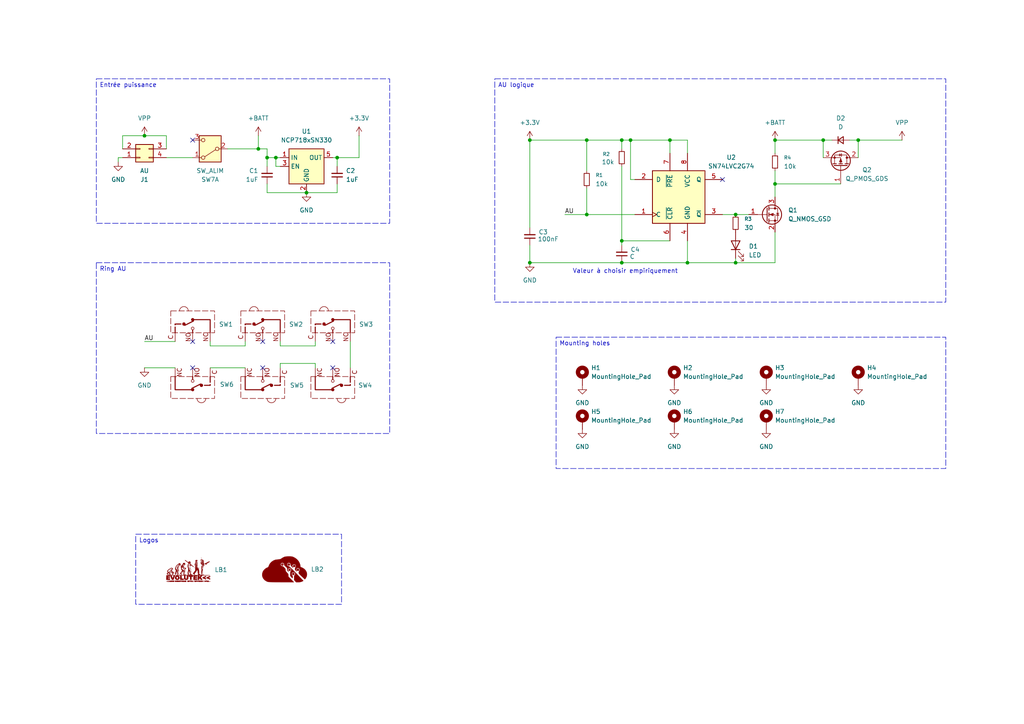
<source format=kicad_sch>
(kicad_sch (version 20250114) (generator "eeschema") (generator_version "9.0")
  (paper "A4")
  (title_block (title "Mon bb") (date "2025-04-26") (rev "1.0"))
  (lib_symbols
    (symbol "ComponentsEvo:463092370402" (pin_numbers (hide yes)) (pin_names (hide yes))
      (property "Reference" "SW" (at 0 10.16 0))
      (symbol "463092370402_1_1"
        (text "C" (at -6.35 -1.27 900) (effects (font (size 1.27 1.27))))
        (text "NO" (at -1.27 -1.27 900) (effects (font (size 1.27 1.27))))
        (text "NC" (at 3.8272 -1.2587 900) (effects (font (size 1.27 1.27))))
        (pin input line (at -5.08 -2.54 90) (length 2.54) (name "C") (number "1"))
        (pin input line (at 0 -2.54 90) (length 2.54) (name "C") (number "2"))
        (pin input line (at 5.08 -2.54 90) (length 2.54) (name "C") (number "3"))
      )
    )
    (symbol "ComponentsEvo:SN74LVC2G74DCUR" (pin_names (offset 1.016))
      (property "Reference" "U2" (at 15.24 12.0081 0))
      (property "Value" "SN74LVC2G74" (at 15.24 9.4681 0))
      (symbol "SN74LVC2G74DCUR_1_1"
        (pin input line (at -12.7 5.08 0) (length 5.08) (name "D") (number "2"))
        (pin input clock (at -12.7 -5.08 0) (length 5.08) (name "C") (number "1"))
        (pin input line (at -2.54 12.7 270) (length 5.08) (name "~{PRE}") (number "7"))
        (pin input line (at -2.54 -12.7 90) (length 5.08) (name "~{CLR}") (number "6"))
        (pin power_in line (at 2.54 12.7 270) (length 5.08) (name "VCC") (number "8"))
        (pin power_in line (at 2.54 -12.7 90) (length 5.08) (name "GND") (number "4"))
        (pin output line (at 12.7 5.08 180) (length 5.08) (name "Q") (number "5"))
        (pin output line (at 12.7 -5.08 180) (length 5.08) (name "~{Q}") (number "3"))
      )
    )
    (symbol "Connector_Generic:Conn_02x02_Counter_Clockwise" (pin_names (offset 1.016) (hide yes))
      (property "Reference" "J" (at 1.27 2.54 0))
      (property "Value" "Conn_02x02_Counter_Clockwise" (at 1.27 -5.08 0))
      (symbol "Conn_02x02_Counter_Clockwise_1_1"
        (pin passive line (at -5.08 0 0) (length 3.81) (name "Pin_1") (number "1"))
        (pin passive line (at -5.08 -2.54 0) (length 3.81) (name "Pin_2") (number "2"))
        (pin passive line (at 7.62 0 180) (length 3.81) (name "Pin_4") (number "4"))
        (pin passive line (at 7.62 -2.54 180) (length 3.81) (name "Pin_3") (number "3"))
      )
    )
    (symbol "Device:C_Small" (pin_numbers (hide yes)) (pin_names (offset 0.254) (hide yes))
      (property "Reference" "C" (at 0.254 1.778 0))
      (property "Value" "C_Small" (at 0.254 -2.032 0))
      (symbol "C_Small_1_1"
        (pin passive line (at 0 2.54 270) (length 2.032) (name "~") (number "1"))
        (pin passive line (at 0 -2.54 90) (length 2.032) (name "~") (number "2"))
      )
    )
    (symbol "Device:D_Small" (pin_numbers (hide yes)) (pin_names (offset 0.254) (hide yes))
      (property "Reference" "D" (at -1.27 2.032 0))
      (property "Value" "D_Small" (at -3.81 -2.032 0))
      (symbol "D_Small_1_1"
        (pin passive line (at -2.54 0 0) (length 1.778) (name "K") (number "1"))
        (pin passive line (at 2.54 0 180) (length 1.778) (name "A") (number "2"))
      )
    )
    (symbol "Device:LED" (pin_numbers (hide yes)) (pin_names (offset 1.016) (hide yes))
      (property "Reference" "D" (at 0 2.54 0))
      (property "Value" "LED" (at 0 -2.54 0))
      (symbol "LED_1_1"
        (pin passive line (at -3.81 0 0) (length 2.54) (name "K") (number "1"))
        (pin passive line (at 3.81 0 180) (length 2.54) (name "A") (number "2"))
      )
    )
    (symbol "Device:R_Small" (pin_numbers (hide yes)) (pin_names (offset 0.254) (hide yes))
      (property "Reference" "R" (at 0 0 90))
      (property "Value" "R_Small" (at 1.778 0 90))
      (symbol "R_Small_1_1"
        (pin passive line (at 0 2.54 270) (length 0.762) (name "~") (number "1"))
        (pin passive line (at 0 -2.54 90) (length 0.762) (name "~") (number "2"))
      )
    )
    (symbol "MarkingEvo:Logo Aisler" (pin_numbers (hide yes)) (pin_names (offset 0) (hide yes)) (in_bom no)
      (property "Reference" "LB" (at 0 5.08 0))
    )
    (symbol "MarkingEvo:Logo Evolutek" (pin_numbers (hide yes)) (pin_names (offset 0) (hide yes)) (in_bom no)
      (property "Reference" "LB" (at 0 3.8378 0))
    )
    (symbol "Mechanical:MountingHole_Pad" (pin_numbers (hide yes)) (pin_names (offset 1.016) (hide yes)) (in_bom no)
      (property "Reference" "H" (at 0 6.35 0))
      (property "Value" "MountingHole_Pad" (at 0 4.445 0))
      (symbol "MountingHole_Pad_1_1"
        (pin input line (at 0 -2.54 90) (length 2.54) (name "1") (number "1"))
      )
    )
    (symbol "Regulator_Linear:NCP718xSN330"
      (property "Reference" "U" (at -3.81 6.35 0))
      (property "Value" "NCP718xSN330" (at 6.35 6.35 0))
      (symbol "NCP718xSN330_0_1"
        (pin power_in line (at -7.62 2.54 0) (length 2.54) (name "IN") (number "1"))
        (pin input line (at -7.62 0 0) (length 2.54) (name "EN") (number "3"))
        (pin power_in line (at 0 -7.62 90) (length 2.54) (name "GND") (number "2"))
        (pin no_connect line (at 5.08 0 180) (length 2.54) (hide yes) (name "NC") (number "4"))
        (pin power_out line (at 7.62 2.54 180) (length 2.54) (name "OUT") (number "5"))
      )
    )
    (symbol "Switch:SW_DPDT_x2" (pin_names (offset 0) (hide yes))
      (property "Reference" "SW" (at 0 5.08 0))
      (property "Value" "SW_DPDT_x2" (at 0 -5.08 0))
      (symbol "SW_DPDT_x2_1_1"
        (pin passive line (at -5.08 0 0) (length 2.54) (name "B") (number "2"))
        (pin passive line (at 5.08 2.54 180) (length 2.54) (name "A") (number "1"))
        (pin passive line (at 5.08 -2.54 180) (length 2.54) (name "C") (number "3"))
      )
      (symbol "SW_DPDT_x2_2_1"
        (pin passive line (at -5.08 0 0) (length 2.54) (name "B") (number "5"))
        (pin passive line (at 5.08 2.54 180) (length 2.54) (name "A") (number "4"))
        (pin passive line (at 5.08 -2.54 180) (length 2.54) (name "C") (number "6"))
      )
    )
    (symbol "Transistor_FET:Q_NMOS_GSD" (pin_names (offset 0) (hide yes))
      (property "Reference" "Q" (at 5.08 1.905 0))
      (property "Value" "Q_NMOS_GSD" (at 5.08 0 0))
      (symbol "Q_NMOS_GSD_1_1"
        (pin input line (at -5.08 0 0) (length 2.54) (name "G") (number "1"))
        (pin passive line (at 2.54 5.08 270) (length 2.54) (name "D") (number "3"))
        (pin passive line (at 2.54 -5.08 90) (length 2.54) (name "S") (number "2"))
      )
    )
    (symbol "Transistor_FET:Q_PMOS_GDS" (pin_names (offset 0) (hide yes))
      (property "Reference" "Q" (at 5.08 1.905 0))
      (property "Value" "Q_PMOS_GDS" (at 5.08 0 0))
      (symbol "Q_PMOS_GDS_1_1"
        (pin input line (at -5.08 0 0) (length 2.54) (name "G") (number "1"))
        (pin passive line (at 2.54 5.08 270) (length 2.54) (name "D") (number "2"))
        (pin passive line (at 2.54 -5.08 90) (length 2.54) (name "S") (number "3"))
      )
    )
    (symbol "power:+9V" (power) (pin_numbers (hide yes)) (pin_names (offset 0) (hide yes))
      (property "Value" "+9V" (at 0 3.556 0))
      (symbol "+9V_1_1"
        (pin power_in line (at 0 0 90) (length 0) (name "~") (number "1"))
      )
    )
    (symbol "power:+BATT" (power) (pin_numbers (hide yes)) (pin_names (offset 0) (hide yes))
      (property "Value" "+BATT" (at 0 3.556 0))
      (symbol "+BATT_1_1"
        (pin power_in line (at 0 0 90) (length 0) (name "~") (number "1"))
      )
    )
    (symbol "power:GND" (power) (pin_numbers (hide yes)) (pin_names (offset 0) (hide yes))
      (property "Value" "GND" (at 0 -3.81 0))
      (symbol "GND_1_1"
        (pin power_in line (at 0 0 270) (length 0) (name "~") (number "1"))
      )
    )
    (symbol "power:VCC" (power) (pin_numbers (hide yes)) (pin_names (offset 0) (hide yes))
      (property "Value" "VCC" (at 0 3.556 0))
      (symbol "VCC_1_1"
        (pin power_in line (at 0 0 90) (length 0) (name "~") (number "1"))
      )
    )
    (symbol "power:VPP" (power) (pin_numbers (hide yes)) (pin_names (offset 0) (hide yes))
      (property "Value" "VPP" (at 0 3.556 0))
      (symbol "VPP_1_1"
        (pin power_in line (at 0 0 90) (length 0) (name "~") (number "1"))
      )
    )
  )
  (text "Valeur à choisir empiriquement" (at 181.356 78.74 0) (effects (font (size 1.27 1.27))))
  (text_box "AU logique" (at 143.51 22.86 0) (size 130.81 64.77) (margins 0.9525 0.9525 0.9525 0.9525) (stroke (width 0) (type dash)) (effects (font (size 1.27 1.27)) (justify left top)))
  (text_box "Logos" (at 39.37 154.94 0) (size 59.69 20.32) (margins 0.9525 0.9525 0.9525 0.9525) (stroke (width 0) (type dash)) (effects (font (size 1.27 1.27)) (justify left top)))
  (text_box "Mounting holes\n" (at 161.29 97.79 0) (size 113.03 38.1) (margins 0.9525 0.9525 0.9525 0.9525) (stroke (width 0) (type dash)) (effects (font (size 1.27 1.27)) (justify left top)))
  (text_box "Entrée puissance" (at 27.94 22.86 0) (size 85.09 41.91) (margins 0.9525 0.9525 0.9525 0.9525) (stroke (width 0) (type dash)) (effects (font (size 1.27 1.27)) (justify left top)))
  (text_box "Ring AU" (at 27.94 76.2 0) (size 85.09 49.53) (margins 0.9525 0.9525 0.9525 0.9525) (stroke (width 0) (type dash)) (effects (font (size 1.27 1.27)) (justify left top)))
  (junction (at 170.18 62.23))
  (junction (at 194.31 40.64))
  (junction (at 153.67 76.2))
  (junction (at 97.79 45.72))
  (junction (at 170.18 40.64))
  (junction (at 213.36 62.23))
  (junction (at 213.36 76.2))
  (junction (at 74.93 43.18))
  (junction (at 88.9 55.88))
  (junction (at 80.01 45.72))
  (junction (at 224.79 40.64))
  (junction (at 41.91 39.37))
  (junction (at 153.67 40.64))
  (junction (at 199.39 76.2))
  (junction (at 180.34 76.2))
  (junction (at 248.92 40.64))
  (junction (at 77.47 45.72))
  (junction (at 180.34 40.64))
  (junction (at 182.88 40.64))
  (junction (at 238.76 40.64))
  (junction (at 180.34 69.85))
  (junction (at 224.79 53.34))
  (no_connect (at 55.88 99.06))
  (no_connect (at 55.88 106.68))
  (no_connect (at 76.2 106.68))
  (no_connect (at 55.88 40.64))
  (no_connect (at 209.55 52.07))
  (no_connect (at 76.2 99.06))
  (no_connect (at 96.52 99.06))
  (no_connect (at 96.52 106.68))
  (wire (pts (xy 153.67 71.12) (xy 153.67 76.2)))
  (wire (pts (xy 41.91 106.68) (xy 50.8 106.68)))
  (wire (pts (xy 74.93 43.18) (xy 77.47 43.18)))
  (wire (pts (xy 224.79 76.2) (xy 213.36 76.2)))
  (wire (pts (xy 224.79 44.45) (xy 224.79 40.64)))
  (wire (pts (xy 77.47 45.72) (xy 80.01 45.72)))
  (wire (pts (xy 34.29 45.72) (xy 35.56 45.72)))
  (wire (pts (xy 81.28 48.26) (xy 80.01 48.26)))
  (wire (pts (xy 199.39 44.45) (xy 199.39 40.64)))
  (wire (pts (xy 60.96 106.68) (xy 71.12 106.68)))
  (wire (pts (xy 184.15 52.07) (xy 182.88 52.07)))
  (wire (pts (xy 81.28 105.41) (xy 81.28 106.68)))
  (wire (pts (xy 213.36 74.93) (xy 213.36 76.2)))
  (wire (pts (xy 224.79 53.34) (xy 224.79 57.15)))
  (wire (pts (xy 91.44 100.33) (xy 91.44 99.06)))
  (wire (pts (xy 199.39 76.2) (xy 199.39 69.85)))
  (wire (pts (xy 81.28 99.06) (xy 81.28 100.33)))
  (wire (pts (xy 74.93 39.37) (xy 74.93 43.18)))
  (wire (pts (xy 182.88 52.07) (xy 182.88 40.64)))
  (wire (pts (xy 238.76 40.64) (xy 238.76 45.72)))
  (wire (pts (xy 153.67 40.64) (xy 153.67 66.04)))
  (wire (pts (xy 194.31 40.64) (xy 194.31 44.45)))
  (wire (pts (xy 248.92 40.64) (xy 248.92 45.72)))
  (wire (pts (xy 48.26 45.72) (xy 55.88 45.72)))
  (wire (pts (xy 35.56 39.37) (xy 41.91 39.37)))
  (wire (pts (xy 91.44 106.68) (xy 91.44 105.41)))
  (wire (pts (xy 209.55 62.23) (xy 213.36 62.23)))
  (wire (pts (xy 81.28 100.33) (xy 91.44 100.33)))
  (wire (pts (xy 41.91 99.06) (xy 50.8 99.06)))
  (wire (pts (xy 180.34 48.26) (xy 180.34 69.85)))
  (wire (pts (xy 194.31 40.64) (xy 182.88 40.64)))
  (wire (pts (xy 97.79 48.26) (xy 97.79 45.72)))
  (wire (pts (xy 80.01 48.26) (xy 80.01 45.72)))
  (wire (pts (xy 77.47 43.18) (xy 77.47 45.72)))
  (wire (pts (xy 246.38 40.64) (xy 248.92 40.64)))
  (wire (pts (xy 170.18 40.64) (xy 180.34 40.64)))
  (wire (pts (xy 60.96 99.06) (xy 60.96 100.33)))
  (wire (pts (xy 96.52 45.72) (xy 97.79 45.72)))
  (wire (pts (xy 81.28 45.72) (xy 80.01 45.72)))
  (wire (pts (xy 35.56 39.37) (xy 35.56 43.18)))
  (wire (pts (xy 104.14 39.37) (xy 104.14 45.72)))
  (wire (pts (xy 180.34 40.64) (xy 182.88 40.64)))
  (wire (pts (xy 170.18 40.64) (xy 170.18 49.53)))
  (wire (pts (xy 224.79 67.31) (xy 224.79 76.2)))
  (wire (pts (xy 224.79 40.64) (xy 238.76 40.64)))
  (wire (pts (xy 77.47 55.88) (xy 88.9 55.88)))
  (wire (pts (xy 97.79 55.88) (xy 88.9 55.88)))
  (wire (pts (xy 163.83 62.23) (xy 170.18 62.23)))
  (wire (pts (xy 224.79 49.53) (xy 224.79 53.34)))
  (wire (pts (xy 48.26 43.18) (xy 48.26 39.37)))
  (wire (pts (xy 34.29 46.99) (xy 34.29 45.72)))
  (wire (pts (xy 91.44 105.41) (xy 81.28 105.41)))
  (wire (pts (xy 60.96 100.33) (xy 71.12 100.33)))
  (wire (pts (xy 180.34 40.64) (xy 180.34 43.18)))
  (wire (pts (xy 170.18 54.61) (xy 170.18 62.23)))
  (wire (pts (xy 224.79 53.34) (xy 243.84 53.34)))
  (wire (pts (xy 77.47 53.34) (xy 77.47 55.88)))
  (wire (pts (xy 66.04 43.18) (xy 74.93 43.18)))
  (wire (pts (xy 101.6 99.06) (xy 101.6 106.68)))
  (wire (pts (xy 71.12 100.33) (xy 71.12 99.06)))
  (wire (pts (xy 97.79 53.34) (xy 97.79 55.88)))
  (wire (pts (xy 153.67 40.64) (xy 170.18 40.64)))
  (wire (pts (xy 248.92 40.64) (xy 261.62 40.64)))
  (wire (pts (xy 180.34 69.85) (xy 180.34 71.12)))
  (wire (pts (xy 153.67 76.2) (xy 180.34 76.2)))
  (wire (pts (xy 180.34 69.85) (xy 194.31 69.85)))
  (wire (pts (xy 180.34 76.2) (xy 199.39 76.2)))
  (wire (pts (xy 238.76 40.64) (xy 241.3 40.64)))
  (wire (pts (xy 199.39 40.64) (xy 194.31 40.64)))
  (wire (pts (xy 41.91 39.37) (xy 48.26 39.37)))
  (wire (pts (xy 213.36 76.2) (xy 199.39 76.2)))
  (wire (pts (xy 213.36 62.23) (xy 217.17 62.23)))
  (wire (pts (xy 170.18 62.23) (xy 184.15 62.23)))
  (wire (pts (xy 97.79 45.72) (xy 104.14 45.72)))
  (wire (pts (xy 77.47 48.26) (xy 77.47 45.72)))
  (label "AU" (at 41.91 99.06 0))
  (label "AU" (at 163.83 62.23 0))
  (symbol (lib_id "power:GND") (at 34.29 46.99 0) (mirror y) (unit 1)
    (property "Reference" "#PWR01" (effects (hide yes)))
    (property "Value" "GND" (at 34.29 52.07 0))
    (property "Description" "Power symbol creates a global label with name \"GND\" , ground" (effects (hide yes)))
  )
  (symbol (lib_id "Mechanical:MountingHole_Pad") (at 248.92 109.22 0) (unit 1) (in_bom no)
    (property "Reference" "H4" (at 251.46 106.6799 0) (effects (justify left)))
    (property "Value" "MountingHole_Pad" (at 251.46 109.2199 0) (effects (justify left)))
    (property "Footprint" "MountingHole:MountingHole_3.2mm_M3_Pad_Via" (effects (hide yes)))
    (property "Description" "Mounting Hole with connection" (effects (hide yes)))
  )
  (symbol (lib_id "Device:R_Small") (at 224.79 46.99 0) (unit 1)
    (property "Reference" "R4" (at 227.33 45.7199 0) (effects (font (size 1.016 1.016)) (justify left)))
    (property "Value" "10k" (at 227.33 48.2599 0) (effects (justify left)))
    (property "Footprint" "Resistor_SMD:R_0603_1608Metric" (effects (hide yes)))
    (property "Description" "Resistor, small symbol" (effects (hide yes)))
  )
  (symbol (lib_id "Device:R_Small") (at 213.36 64.77 0) (unit 1)
    (property "Reference" "R3" (at 215.9 63.4999 0) (effects (font (size 1.016 1.016)) (justify left)))
    (property "Value" "30" (at 215.9 66.0399 0) (effects (justify left)))
    (property "Footprint" "Resistor_SMD:R_0603_1608Metric" (effects (hide yes)))
    (property "Description" "Resistor, small symbol" (effects (hide yes)))
  )
  (symbol (lib_id "power:+BATT") (at 224.79 40.64 0) (mirror y) (unit 1)
    (property "Reference" "#PWR09" (effects (hide yes)))
    (property "Value" "+BATT" (at 224.79 35.56 0))
    (property "Description" "Power symbol creates a global label with name \"+BATT\"" (effects (hide yes)))
  )
  (symbol (lib_id "power:GND") (at 195.58 124.46 0) (unit 1)
    (property "Reference" "#PWR017" (effects (hide yes)))
    (property "Value" "GND" (at 195.58 129.54 0))
    (property "Description" "Power symbol creates a global label with name \"GND\" , ground" (effects (hide yes)))
  )
  (symbol (lib_id "power:GND") (at 88.9 55.88 0) (unit 1)
    (property "Reference" "#PWR05" (effects (hide yes)))
    (property "Value" "GND" (at 88.9 60.96 0))
    (property "Description" "Power symbol creates a global label with name \"GND\" , ground" (effects (hide yes)))
  )
  (symbol (lib_id "ComponentsEvo:SN74LVC2G74DCUR") (at 196.85 57.15 0) (unit 1)
    (property "Reference" "U2" (at 212.09 45.6498 0))
    (property "Value" "SN74LVC2G74" (at 212.09 48.1898 0))
    (property "Footprint" "Package_SO:VSSOP-8_2.3x2mm_P0.5mm" (effects (hide yes)))
    (property "Datasheet" "https://www.ti.com/lit/ds/symlink/sn74lvc2g74.pdf" (effects (hide yes)))
    (property "Description" "Single D Flip-Flop" (effects (hide yes)))
  )
  (symbol (lib_id "Device:C_Small") (at 77.47 50.8 0) (mirror x) (unit 1)
    (property "Reference" "C1" (at 74.93 49.5235 0) (effects (justify right)))
    (property "Value" "1uF" (at 74.93 52.0635 0) (effects (justify right)))
    (property "Footprint" "Capacitor_SMD:C_0603_1608Metric" (effects (hide yes)))
    (property "Description" "Unpolarized capacitor, small symbol" (effects (hide yes)))
  )
  (symbol (lib_id "ComponentsEvo:463092370402") (at 76.2 109.22 180) (unit 1)
    (property "Reference" "SW5" (at 84.074 111.76 0) (effects (justify right)))
    (property "Value" "463092370402" (effects (hide yes)))
    (property "Footprint" "ComponentsEvo:463092370402" (effects (hide yes)))
    (property "Datasheet" "https://www.we-online.com/catalog/datasheet/463092370402.pdf?ki" (effects (hide yes)))
    (property "Description" "Micro Switch" (effects (hide yes)))
  )
  (symbol (lib_id "power:GND") (at 222.25 111.76 0) (unit 1)
    (property "Reference" "#PWR015" (effects (hide yes)))
    (property "Value" "GND" (at 222.25 116.84 0))
    (property "Description" "Power symbol creates a global label with name \"GND\" , ground" (effects (hide yes)))
  )
  (symbol (lib_id "Device:C_Small") (at 97.79 50.8 180) (unit 1)
    (property "Reference" "C2" (at 100.33 49.5235 0) (effects (justify right)))
    (property "Value" "1uF" (at 100.33 52.0635 0) (effects (justify right)))
    (property "Footprint" "Capacitor_SMD:C_0603_1608Metric" (effects (hide yes)))
    (property "Description" "Unpolarized capacitor, small symbol" (effects (hide yes)))
  )
  (symbol (lib_id "Device:LED") (at 213.36 71.12 90) (unit 1)
    (property "Reference" "D1" (at 217.17 71.4374 90) (effects (justify right)))
    (property "Value" "LED" (at 217.17 73.9774 90) (effects (justify right)))
    (property "Footprint" "LED_SMD:LED_0805_2012Metric" (effects (hide yes)))
    (property "Description" "Light emitting diode" (effects (hide yes)))
    (property "Sim.Pins" "1=K 2=A" (effects (hide yes)))
  )
  (symbol (lib_id "ComponentsEvo:463092370402") (at 55.88 109.22 180) (unit 1)
    (property "Reference" "SW6" (at 63.754 111.506 0) (effects (justify right)))
    (property "Value" "463092370402" (effects (hide yes)))
    (property "Footprint" "ComponentsEvo:463092370402" (effects (hide yes)))
    (property "Datasheet" "https://www.we-online.com/catalog/datasheet/463092370402.pdf?ki" (effects (hide yes)))
    (property "Description" "Micro Switch" (effects (hide yes)))
  )
  (symbol (lib_id "power:GND") (at 153.67 76.2 0) (unit 1)
    (property "Reference" "#PWR08" (effects (hide yes)))
    (property "Value" "GND" (at 153.67 81.28 0))
    (property "Description" "Power symbol creates a global label with name \"GND\" , ground" (effects (hide yes)))
  )
  (symbol (lib_id "Mechanical:MountingHole_Pad") (at 222.25 109.22 0) (unit 1) (in_bom no)
    (property "Reference" "H3" (at 224.79 106.6799 0) (effects (justify left)))
    (property "Value" "MountingHole_Pad" (at 224.79 109.2199 0) (effects (justify left)))
    (property "Footprint" "MountingHole:MountingHole_3.2mm_M3_Pad_Via" (effects (hide yes)))
    (property "Description" "Mounting Hole with connection" (effects (hide yes)))
  )
  (symbol (lib_id "power:GND") (at 248.92 111.76 0) (unit 1)
    (property "Reference" "#PWR016" (effects (hide yes)))
    (property "Value" "GND" (at 248.92 116.84 0))
    (property "Description" "Power symbol creates a global label with name \"GND\" , ground" (effects (hide yes)))
  )
  (symbol (lib_id "Transistor_FET:Q_NMOS_GSD") (at 222.25 62.23 0) (unit 1)
    (property "Reference" "Q1" (at 228.6 60.9599 0) (effects (justify left)))
    (property "Value" "Q_NMOS_GSD" (at 228.6 63.4999 0) (effects (justify left)))
    (property "Footprint" "Package_TO_SOT_SMD:SOT-23" (effects (hide yes)))
    (property "Description" "N-MOSFET transistor, gate/source/drain" (effects (hide yes)))
  )
  (symbol (lib_id "power:+BATT") (at 74.93 39.37 0) (mirror y) (unit 1)
    (property "Reference" "#PWR04" (effects (hide yes)))
    (property "Value" "+BATT" (at 74.93 34.29 0))
    (property "Description" "Power symbol creates a global label with name \"+BATT\"" (effects (hide yes)))
  )
  (symbol (lib_id "ComponentsEvo:463092370402") (at 96.52 109.22 180) (unit 1)
    (property "Reference" "SW4" (at 103.886 111.76 0) (effects (justify right)))
    (property "Value" "463092370402" (effects (hide yes)))
    (property "Footprint" "ComponentsEvo:463092370402" (effects (hide yes)))
    (property "Datasheet" "https://www.we-online.com/catalog/datasheet/463092370402.pdf?ki" (effects (hide yes)))
    (property "Description" "Micro Switch" (effects (hide yes)))
  )
  (symbol (lib_id "power:GND") (at 222.25 124.46 0) (unit 1)
    (property "Reference" "#PWR018" (effects (hide yes)))
    (property "Value" "GND" (at 222.25 129.54 0))
    (property "Description" "Power symbol creates a global label with name \"GND\" , ground" (effects (hide yes)))
  )
  (symbol (lib_id "Regulator_Linear:NCP718xSN330") (at 88.9 48.26 0) (unit 1)
    (property "Reference" "U1" (at 88.9 38.1 0))
    (property "Value" "NCP718xSN330" (at 88.9 40.64 0))
    (property "Footprint" "Package_TO_SOT_SMD:SOT-23-5" (effects (hide yes)))
    (property "Datasheet" "https://www.onsemi.com/pub/Collateral/NCP718-D.PDF" (effects (hide yes)))
    (property "Description" "300-mA, Wide Input Voltage, Low-IQ LDO, 3.3V, SOT-23" (effects (hide yes)))
  )
  (symbol (lib_id "ComponentsEvo:463092370402") (at 55.88 96.52 0) (unit 1)
    (property "Reference" "SW1" (at 63.5 94.0769 0) (effects (justify left)))
    (property "Value" "463092370402" (effects (hide yes)))
    (property "Footprint" "ComponentsEvo:463092370402" (effects (hide yes)))
    (property "Datasheet" "https://www.we-online.com/catalog/datasheet/463092370402.pdf?ki" (effects (hide yes)))
    (property "Description" "Micro Switch" (effects (hide yes)))
  )
  (symbol (lib_id "ComponentsEvo:463092370402") (at 96.52 96.52 0) (unit 1)
    (property "Reference" "SW3" (at 104.14 94.0769 0) (effects (justify left)))
    (property "Value" "463092370402" (effects (hide yes)))
    (property "Footprint" "ComponentsEvo:463092370402" (effects (hide yes)))
    (property "Datasheet" "https://www.we-online.com/catalog/datasheet/463092370402.pdf?ki" (effects (hide yes)))
    (property "Description" "Micro Switch" (effects (hide yes)))
  )
  (symbol (lib_id "power:GND") (at 195.58 111.76 0) (unit 1)
    (property "Reference" "#PWR014" (effects (hide yes)))
    (property "Value" "GND" (at 195.58 116.84 0))
    (property "Description" "Power symbol creates a global label with name \"GND\" , ground" (effects (hide yes)))
  )
  (symbol (lib_id "Device:R_Small") (at 180.34 45.72 0) (unit 1)
    (property "Reference" "R2" (at 174.752 44.704 0) (effects (font (size 1.016 1.016)) (justify left)))
    (property "Value" "10k" (at 174.498 46.99 0) (effects (justify left)))
    (property "Footprint" "Resistor_SMD:R_0603_1608Metric" (effects (hide yes)))
    (property "Description" "Resistor, small symbol" (effects (hide yes)))
  )
  (symbol (lib_id "Device:C_Small") (at 153.67 68.58 180) (unit 1)
    (property "Reference" "C3" (at 156.21 67.3035 0) (effects (justify right)))
    (property "Value" "100nF" (at 155.956 69.342 0) (effects (justify right)))
    (property "Footprint" "Capacitor_SMD:C_0603_1608Metric" (effects (hide yes)))
    (property "Description" "Unpolarized capacitor, small symbol" (effects (hide yes)))
  )
  (symbol (lib_id "Transistor_FET:Q_PMOS_GDS") (at 243.84 48.26 270) (mirror x) (unit 1)
    (property "Reference" "Q2" (at 251.46 49.276 90))
    (property "Value" "Q_PMOS_GDS" (at 251.46 51.816 90))
    (property "Footprint" "Package_TO_SOT_SMD:SOT-223-3_TabPin2" (effects (hide yes)))
    (property "Description" "P-MOSFET transistor, gate/drain/source" (effects (hide yes)))
  )
  (symbol (lib_id "MarkingEvo:Logo Aisler") (at 82.55 165.1 0) (unit 1) (in_bom no)
    (property "Reference" "LB2" (at 90.17 165.1168 0) (effects (justify left)))
    (property "Value" "LOGO" (effects (hide yes)))
    (property "Footprint" "MarkingEvo:Logo Aisler Min" (effects (hide yes)))
    (property "Sim.Enable" "0" (effects (hide yes)))
  )
  (symbol (lib_id "power:VPP") (at 261.62 40.64 0) (unit 1)
    (property "Reference" "#PWR010" (effects (hide yes)))
    (property "Value" "VPP" (at 261.62 35.56 0))
    (property "Description" "Power symbol creates a global label with name \"VPP\"" (effects (hide yes)))
  )
  (symbol (lib_id "Mechanical:MountingHole_Pad") (at 168.91 109.22 0) (unit 1) (in_bom no)
    (property "Reference" "H1" (at 171.45 106.6799 0) (effects (justify left)))
    (property "Value" "MountingHole_Pad" (at 171.45 109.2199 0) (effects (justify left)))
    (property "Footprint" "MountingHole:MountingHole_3.2mm_M3_Pad_Via" (effects (hide yes)))
    (property "Description" "Mounting Hole with connection" (effects (hide yes)))
  )
  (symbol (lib_id "MarkingEvo:Logo Evolutek") (at 54.61 165.1 0) (unit 1) (in_bom no)
    (property "Reference" "LB1" (at 62.23 165.2579 0) (effects (justify left)))
    (property "Value" "LOGO" (effects (hide yes)))
    (property "Footprint" "MarkingEvo:logo-evo-min" (effects (hide yes)))
    (property "Sim.Enable" "0" (effects (hide yes)))
  )
  (symbol (lib_id "power:VCC") (at 153.67 40.64 0) (unit 1)
    (property "Reference" "#PWR07" (effects (hide yes)))
    (property "Value" "+3.3V" (at 153.67 35.56 0))
    (property "Description" "Power symbol creates a global label with name \"VCC\"" (effects (hide yes)))
  )
  (symbol (lib_id "ComponentsEvo:463092370402") (at 76.2 96.52 0) (unit 1)
    (property "Reference" "SW2" (at 83.82 94.0769 0) (effects (justify left)))
    (property "Value" "463092370402" (effects (hide yes)))
    (property "Footprint" "ComponentsEvo:463092370402" (effects (hide yes)))
    (property "Datasheet" "https://www.we-online.com/catalog/datasheet/463092370402.pdf?ki" (effects (hide yes)))
    (property "Description" "Micro Switch" (effects (hide yes)))
  )
  (symbol (lib_id "Switch:SW_DPDT_x2") (at 60.96 43.18 180) (unit 1)
    (property "Reference" "SW7" (at 60.96 52.07 0))
    (property "Value" "SW_ALIM" (at 60.96 49.53 0))
    (property "Footprint" "ComponentsEvo:Power Switch RS SPDT Angled" (effects (hide yes)))
    (property "Description" "Switch, dual pole double throw, separate symbols" (effects (hide yes)))
    (property "quesako" "Pourquoi cette ref" (effects (hide yes)))
  )
  (symbol (lib_id "Mechanical:MountingHole_Pad") (at 222.25 121.92 0) (unit 1) (in_bom no)
    (property "Reference" "H7" (at 224.79 119.3799 0) (effects (justify left)))
    (property "Value" "MountingHole_Pad" (at 224.79 121.9199 0) (effects (justify left)))
    (property "Footprint" "MountingHole:MountingHole_3.2mm_M3_Pad_Via" (effects (hide yes)))
    (property "Description" "Mounting Hole with connection" (effects (hide yes)))
  )
  (symbol (lib_id "Mechanical:MountingHole_Pad") (at 195.58 121.92 0) (unit 1) (in_bom no)
    (property "Reference" "H6" (at 198.12 119.3799 0) (effects (justify left)))
    (property "Value" "MountingHole_Pad" (at 198.12 121.9199 0) (effects (justify left)))
    (property "Footprint" "MountingHole:MountingHole_3.2mm_M3_Pad_Via" (effects (hide yes)))
    (property "Description" "Mounting Hole with connection" (effects (hide yes)))
  )
  (symbol (lib_id "Device:D_Small") (at 243.84 40.64 0) (unit 1)
    (property "Reference" "D2" (at 243.84 34.29 0))
    (property "Value" "D" (at 243.84 36.83 0))
    (property "Footprint" "Diode_SMD:D_SMB" (effects (hide yes)))
    (property "Description" "Diode, small symbol" (effects (hide yes)))
    (property "Sim.Device" "D" (effects (hide yes)))
    (property "Sim.Pins" "1=K 2=A" (effects (hide yes)))
  )
  (symbol (lib_id "power:GND") (at 41.91 106.68 0) (unit 1)
    (property "Reference" "#PWR011" (effects (hide yes)))
    (property "Value" "GND" (at 41.91 111.76 0))
    (property "Description" "Power symbol creates a global label with name \"GND\" , ground" (effects (hide yes)))
  )
  (symbol (lib_id "power:+9V") (at 104.14 39.37 0) (unit 1)
    (property "Reference" "#PWR06" (effects (hide yes)))
    (property "Value" "+3.3V" (at 104.14 34.29 0))
    (property "Description" "Power symbol creates a global label with name \"+9V\"" (effects (hide yes)))
  )
  (symbol (lib_id "Device:R_Small") (at 170.18 52.07 0) (unit 1)
    (property "Reference" "R1" (at 172.72 50.7999 0) (effects (font (size 1.016 1.016)) (justify left)))
    (property "Value" "10k" (at 172.72 53.3399 0) (effects (justify left)))
    (property "Footprint" "Resistor_SMD:R_0603_1608Metric" (effects (hide yes)))
    (property "Description" "Resistor, small symbol" (effects (hide yes)))
  )
  (symbol (lib_id "power:GND") (at 168.91 124.46 0) (unit 1)
    (property "Reference" "#PWR013" (effects (hide yes)))
    (property "Value" "GND" (at 168.91 129.54 0))
    (property "Description" "Power symbol creates a global label with name \"GND\" , ground" (effects (hide yes)))
  )
  (symbol (lib_id "Device:C_Small") (at 180.34 73.66 180) (unit 1)
    (property "Reference" "C4" (at 182.88 72.3835 0) (effects (justify right)))
    (property "Value" "C" (at 182.626 74.422 0) (effects (justify right)))
    (property "Footprint" "Capacitor_THT:CP_Radial_D10.0mm_P5.00mm" (effects (hide yes)))
    (property "Description" "Unpolarized capacitor, small symbol" (effects (hide yes)))
  )
  (symbol (lib_id "power:GND") (at 168.91 111.76 0) (unit 1)
    (property "Reference" "#PWR012" (effects (hide yes)))
    (property "Value" "GND" (at 168.91 116.84 0))
    (property "Description" "Power symbol creates a global label with name \"GND\" , ground" (effects (hide yes)))
  )
  (symbol (lib_id "Connector_Generic:Conn_02x02_Counter_Clockwise") (at 40.64 45.72 0) (mirror x) (unit 1)
    (property "Reference" "J1" (at 41.91 52.07 0))
    (property "Value" "AU" (at 41.91 49.53 0))
    (property "Footprint" "ConnectorsEvo:66200421122" (effects (hide yes)))
    (property "Description" "Generic connector, double row, 02x02, counter clockwise pin numbering scheme (similar to DIP package numbering), script generated (kicad-library-utils/schlib/autogen/connector/)" (effects (hide yes)))
  )
  (symbol (lib_id "Mechanical:MountingHole_Pad") (at 195.58 109.22 0) (unit 1) (in_bom no)
    (property "Reference" "H2" (at 198.12 106.6799 0) (effects (justify left)))
    (property "Value" "MountingHole_Pad" (at 198.12 109.2199 0) (effects (justify left)))
    (property "Footprint" "MountingHole:MountingHole_3.2mm_M3_Pad_Via" (effects (hide yes)))
    (property "Description" "Mounting Hole with connection" (effects (hide yes)))
  )
  (symbol (lib_id "Mechanical:MountingHole_Pad") (at 168.91 121.92 0) (unit 1) (in_bom no)
    (property "Reference" "H5" (at 171.45 119.3799 0) (effects (justify left)))
    (property "Value" "MountingHole_Pad" (at 171.45 121.9199 0) (effects (justify left)))
    (property "Footprint" "MountingHole:MountingHole_3.2mm_M3_Pad_Via" (effects (hide yes)))
    (property "Description" "Mounting Hole with connection" (effects (hide yes)))
  )
  (symbol (lib_id "power:VPP") (at 41.91 39.37 0) (unit 1)
    (property "Reference" "#PWR02" (effects (hide yes)))
    (property "Value" "VPP" (at 41.91 34.29 0))
    (property "Description" "Power symbol creates a global label with name \"VPP\"" (effects (hide yes)))
  )
)
</source>
